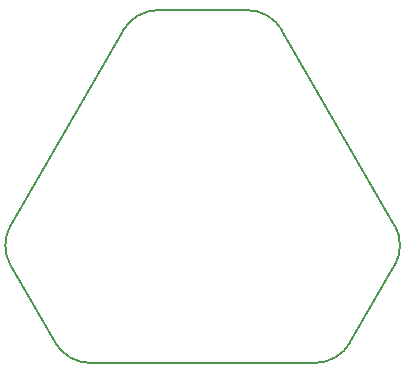
<source format=gbr>
G04*
G04 #@! TF.GenerationSoftware,Altium Limited,Altium Designer,23.10.1 (27)*
G04*
G04 Layer_Color=16711935*
%FSLAX44Y44*%
%MOMM*%
G71*
G04*
G04 #@! TF.SameCoordinates,F1356F94-EBF5-402A-8C13-2620F03D8000*
G04*
G04*
G04 #@! TF.FilePolarity,Positive*
G04*
G01*
G75*
%ADD10C,0.2000*%
D10*
X-125104Y-281279D02*
G03*
X-94793Y-298779I30311J17500D01*
G01*
X162396Y-216686D02*
G03*
X162396Y-181686I-30311J17500D01*
G01*
X-37293Y-0D02*
G03*
X-67604Y-17500I0J-35000D01*
G01*
X67604Y-17500D02*
G03*
X37293Y-0I-30311J-17500D01*
G01*
X-162396Y-181686D02*
G03*
X-162396Y-216686I30311J-17500D01*
G01*
X94793Y-298779D02*
G03*
X125104Y-281279I0J35000D01*
G01*
X-37293Y-0D02*
X37293D01*
X-162396Y-181686D02*
X-67604Y-17500D01*
X-94793Y-298779D02*
X94793D01*
X-162396Y-216686D02*
X-125104Y-281279D01*
X125104D02*
X162396Y-216686D01*
X67604Y-17500D02*
X162396Y-181686D01*
M02*

</source>
